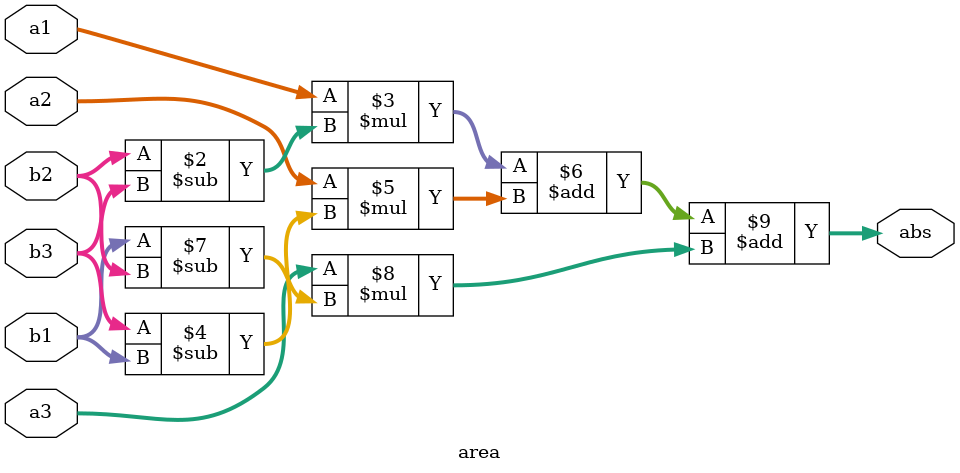
<source format=v>
module sinal (
  input [9:0] a1,
  input [9:0] b1,
  input [9:0] a2,
  input [9:0] b2,
  input [9:0] a3,
  input [9:0] b3,
  input [9:0] a,
  input [9:0] b,
  output reg S
  );
  
  wire signed [20:0] X;
  wire signed [20:0] X1;
  wire signed [20:0] X2;
  wire signed [20:0] X3;
  
  area a(a1, b1, a2, b2, a3, b3, X);
  area b(a, b, a2, b2, a3, b3, X1);
  area c(a1, b1, a, b, a3, b3, X2);
  area d(a1, b1, a2, b2, a, b, X3);
  always @ (X, X1, X2, X3) 
  begin
  
    if (X == (X1 + X2 + X3))
    
      begin
        S <= 1;
      end
    else
      begin
        S <= 0;
      end
  end
endmodule

module area (
  input [9:0] a1,
  input [9:0] b1,
  input [9:0] a2,
  input [9:0] b2,
  input [9:0] a3,
  input [9:0] b3,
  output reg [20:0] abs
  );
  always @ ( abs ) begin
    abs <= ((a1*(b2-b3) + (a2*(b3-b1)) + (a3*(b1-b2))));
  end
endmodule

</source>
